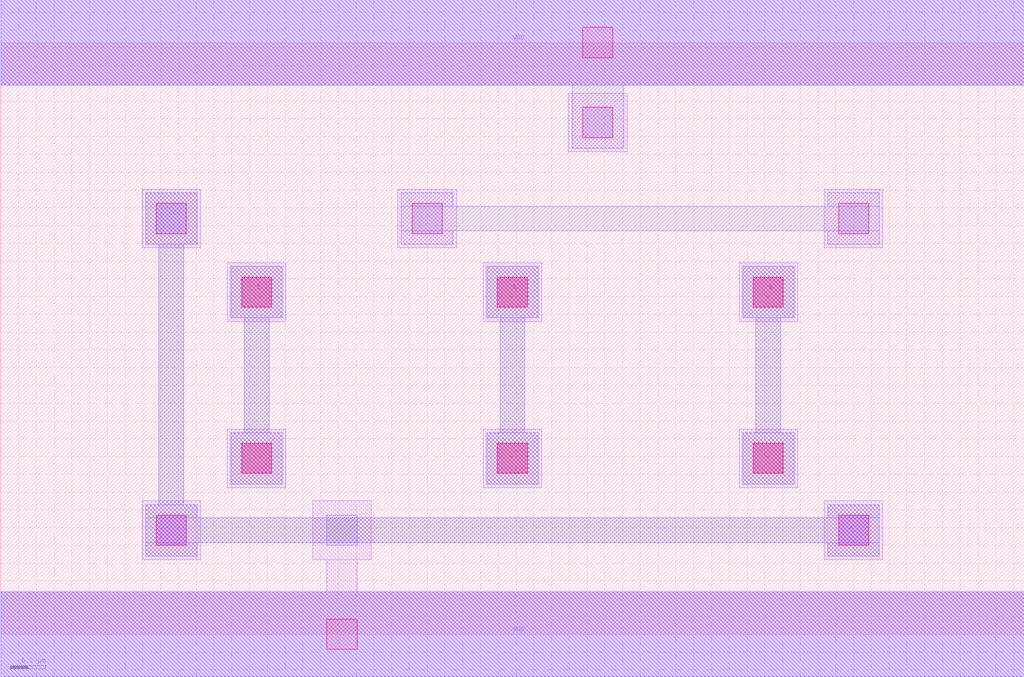
<source format=lef>
MACRO AOI21X1
 CLASS CORE ;
 FOREIGN AOI21X1 0 0 ;
 SIZE 5.76 BY 3.33 ;
 ORIGIN 0 0 ;
 SYMMETRY X Y R90 ;
 SITE unit ;
  PIN VDD
   DIRECTION INOUT ;
   USE POWER ;
   SHAPE ABUTMENT ;
    PORT
     CLASS CORE ;
       LAYER li1 ;
        RECT 0.00000000 3.09000000 5.76000000 3.57000000 ;
       LAYER met1 ;
        RECT 0.00000000 3.09000000 5.76000000 3.57000000 ;
    END
  END VDD

  PIN GND
   DIRECTION INOUT ;
   USE POWER ;
   SHAPE ABUTMENT ;
    PORT
     CLASS CORE ;
       LAYER li1 ;
        RECT 0.00000000 -0.24000000 5.76000000 0.24000000 ;
       LAYER met1 ;
        RECT 0.00000000 -0.24000000 5.76000000 0.24000000 ;
    END
  END GND

  PIN Y
   DIRECTION INOUT ;
   USE SIGNAL ;
   SHAPE ABUTMENT ;
    PORT
     CLASS CORE ;
       LAYER met1 ;
        RECT 0.81500000 0.44000000 1.10500000 0.51500000 ;
        RECT 4.65500000 0.44000000 4.94500000 0.51500000 ;
        RECT 0.81500000 0.51500000 4.94500000 0.65500000 ;
        RECT 0.81500000 0.65500000 1.10500000 0.73000000 ;
        RECT 4.65500000 0.65500000 4.94500000 0.73000000 ;
        RECT 0.89000000 0.73000000 1.03000000 2.19500000 ;
        RECT 0.81500000 2.19500000 1.10500000 2.48500000 ;
    END
  END Y

  PIN C
   DIRECTION INOUT ;
   USE SIGNAL ;
   SHAPE ABUTMENT ;
    PORT
     CLASS CORE ;
       LAYER met1 ;
        RECT 1.29500000 0.84500000 1.58500000 1.13500000 ;
        RECT 1.37000000 1.13500000 1.51000000 1.78000000 ;
        RECT 1.29500000 1.78000000 1.58500000 2.07000000 ;
    END
  END C

  PIN B
   DIRECTION INOUT ;
   USE SIGNAL ;
   SHAPE ABUTMENT ;
    PORT
     CLASS CORE ;
       LAYER met1 ;
        RECT 4.17500000 0.84500000 4.46500000 1.13500000 ;
        RECT 4.25000000 1.13500000 4.39000000 1.78000000 ;
        RECT 4.17500000 1.78000000 4.46500000 2.07000000 ;
    END
  END B

  PIN A
   DIRECTION INOUT ;
   USE SIGNAL ;
   SHAPE ABUTMENT ;
    PORT
     CLASS CORE ;
       LAYER met1 ;
        RECT 2.73500000 0.84500000 3.02500000 1.13500000 ;
        RECT 2.81000000 1.13500000 2.95000000 1.78000000 ;
        RECT 2.73500000 1.78000000 3.02500000 2.07000000 ;
    END
  END A

 OBS
    LAYER polycont ;
     RECT 1.35500000 0.90500000 1.52500000 1.07500000 ;
     RECT 2.79500000 0.90500000 2.96500000 1.07500000 ;
     RECT 4.23500000 0.90500000 4.40500000 1.07500000 ;
     RECT 1.35500000 1.84000000 1.52500000 2.01000000 ;
     RECT 2.79500000 1.84000000 2.96500000 2.01000000 ;
     RECT 4.23500000 1.84000000 4.40500000 2.01000000 ;

    LAYER pdiffc ;
     RECT 0.87500000 2.25500000 1.04500000 2.42500000 ;
     RECT 2.31500000 2.25500000 2.48500000 2.42500000 ;
     RECT 4.71500000 2.25500000 4.88500000 2.42500000 ;
     RECT 3.27500000 2.79500000 3.44500000 2.96500000 ;

    LAYER ndiffc ;
     RECT 0.87500000 0.50000000 1.04500000 0.67000000 ;
     RECT 1.83500000 0.50000000 2.00500000 0.67000000 ;
     RECT 4.71500000 0.50000000 4.88500000 0.67000000 ;

    LAYER li1 ;
     RECT 0.79500000 0.42000000 1.12500000 0.75000000 ;
     RECT 0.00000000 -0.24000000 5.76000000 0.24000000 ;
     RECT 1.83500000 0.24000000 2.00500000 0.42000000 ;
     RECT 1.75500000 0.42000000 2.08500000 0.75000000 ;
     RECT 4.63500000 0.42000000 4.96500000 0.75000000 ;
     RECT 1.27500000 0.82500000 1.60500000 1.15500000 ;
     RECT 2.71500000 0.82500000 3.04500000 1.15500000 ;
     RECT 4.15500000 0.82500000 4.48500000 1.15500000 ;
     RECT 1.27500000 1.76000000 1.60500000 2.09000000 ;
     RECT 2.71500000 1.76000000 3.04500000 2.09000000 ;
     RECT 4.15500000 1.76000000 4.48500000 2.09000000 ;
     RECT 0.79500000 2.17500000 1.12500000 2.50500000 ;
     RECT 2.23500000 2.17500000 2.56500000 2.50500000 ;
     RECT 4.63500000 2.17500000 4.96500000 2.50500000 ;
     RECT 3.19500000 2.71500000 3.52500000 3.04500000 ;
     RECT 0.00000000 3.09000000 5.76000000 3.57000000 ;

    LAYER viali ;
     RECT 1.83500000 -0.08500000 2.00500000 0.08500000 ;
     RECT 0.87500000 0.50000000 1.04500000 0.67000000 ;
     RECT 4.71500000 0.50000000 4.88500000 0.67000000 ;
     RECT 1.35500000 0.90500000 1.52500000 1.07500000 ;
     RECT 2.79500000 0.90500000 2.96500000 1.07500000 ;
     RECT 4.23500000 0.90500000 4.40500000 1.07500000 ;
     RECT 1.35500000 1.84000000 1.52500000 2.01000000 ;
     RECT 2.79500000 1.84000000 2.96500000 2.01000000 ;
     RECT 4.23500000 1.84000000 4.40500000 2.01000000 ;
     RECT 0.87500000 2.25500000 1.04500000 2.42500000 ;
     RECT 2.31500000 2.25500000 2.48500000 2.42500000 ;
     RECT 4.71500000 2.25500000 4.88500000 2.42500000 ;
     RECT 3.27500000 2.79500000 3.44500000 2.96500000 ;
     RECT 3.27500000 3.24500000 3.44500000 3.41500000 ;

    LAYER met1 ;
     RECT 0.00000000 -0.24000000 5.76000000 0.24000000 ;
     RECT 1.29500000 0.84500000 1.58500000 1.13500000 ;
     RECT 1.37000000 1.13500000 1.51000000 1.78000000 ;
     RECT 1.29500000 1.78000000 1.58500000 2.07000000 ;
     RECT 2.73500000 0.84500000 3.02500000 1.13500000 ;
     RECT 2.81000000 1.13500000 2.95000000 1.78000000 ;
     RECT 2.73500000 1.78000000 3.02500000 2.07000000 ;
     RECT 4.17500000 0.84500000 4.46500000 1.13500000 ;
     RECT 4.25000000 1.13500000 4.39000000 1.78000000 ;
     RECT 4.17500000 1.78000000 4.46500000 2.07000000 ;
     RECT 0.81500000 0.44000000 1.10500000 0.51500000 ;
     RECT 4.65500000 0.44000000 4.94500000 0.51500000 ;
     RECT 0.81500000 0.51500000 4.94500000 0.65500000 ;
     RECT 0.81500000 0.65500000 1.10500000 0.73000000 ;
     RECT 4.65500000 0.65500000 4.94500000 0.73000000 ;
     RECT 0.89000000 0.73000000 1.03000000 2.19500000 ;
     RECT 0.81500000 2.19500000 1.10500000 2.48500000 ;
     RECT 2.25500000 2.19500000 2.54500000 2.27000000 ;
     RECT 4.65500000 2.19500000 4.94500000 2.27000000 ;
     RECT 2.25500000 2.27000000 4.94500000 2.41000000 ;
     RECT 2.25500000 2.41000000 2.54500000 2.48500000 ;
     RECT 4.65500000 2.41000000 4.94500000 2.48500000 ;
     RECT 3.21500000 2.73500000 3.50500000 3.09000000 ;
     RECT 0.00000000 3.09000000 5.76000000 3.57000000 ;

 END
END AOI21X1

</source>
